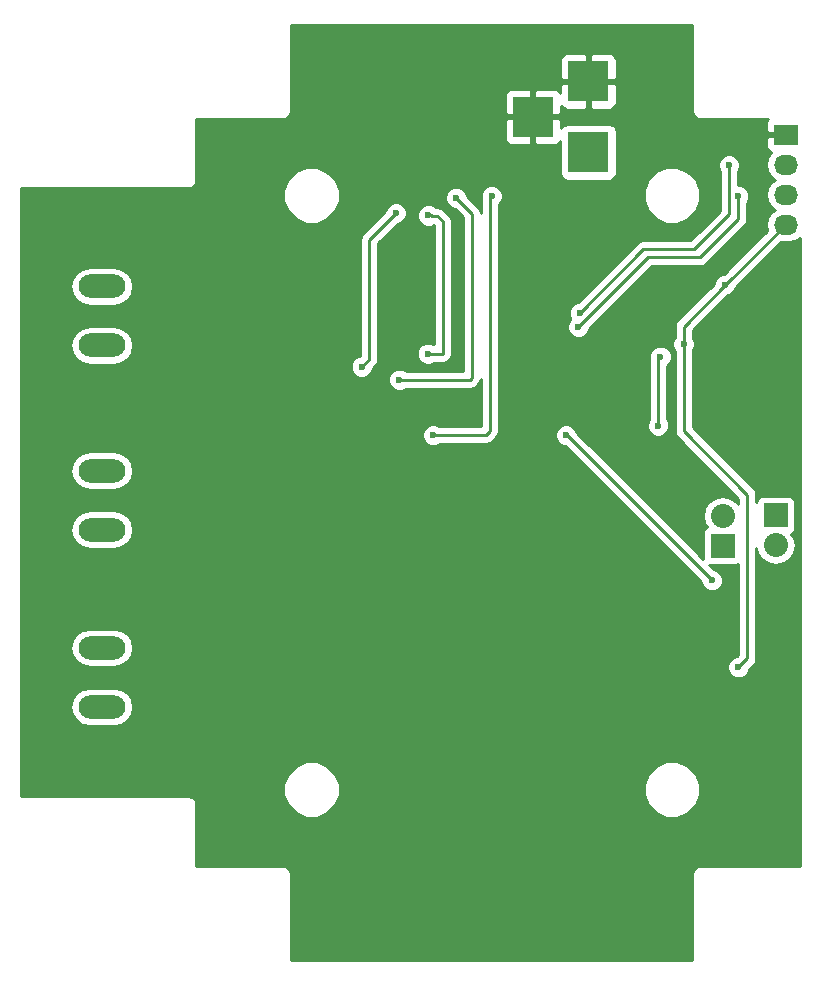
<source format=gbl>
G04 #@! TF.FileFunction,Copper,L2,Bot,Signal*
%FSLAX46Y46*%
G04 Gerber Fmt 4.6, Leading zero omitted, Abs format (unit mm)*
G04 Created by KiCad (PCBNEW (2015-05-05 BZR 5645)-product) date Thursday, September 03, 2015 'pmt' 04:49:33 pm*
%MOMM*%
G01*
G04 APERTURE LIST*
%ADD10C,0.100000*%
%ADD11R,3.500120X3.500120*%
%ADD12R,2.032000X1.727200*%
%ADD13O,2.032000X1.727200*%
%ADD14R,2.032000X2.032000*%
%ADD15O,2.032000X2.032000*%
%ADD16O,3.962400X1.981200*%
%ADD17C,0.600000*%
%ADD18C,0.250000*%
%ADD19C,3.000000*%
%ADD20C,0.254000*%
G04 APERTURE END LIST*
D10*
D11*
X144200000Y-73800140D03*
X144200000Y-67800660D03*
X139501000Y-70800400D03*
D12*
X160900000Y-72300000D03*
D13*
X160900000Y-74840000D03*
X160900000Y-77380000D03*
X160900000Y-79920000D03*
D14*
X160050000Y-104550000D03*
D15*
X160050000Y-107090000D03*
D14*
X155550000Y-107100000D03*
D15*
X155550000Y-104560000D03*
D16*
X103000000Y-120750000D03*
X103000000Y-115750000D03*
X103000000Y-105750000D03*
X103000000Y-100750000D03*
X103000000Y-90150000D03*
X103000000Y-85150000D03*
D17*
X150100000Y-96950000D03*
X150300000Y-91100000D03*
X159150000Y-83050000D03*
X123900000Y-132900000D03*
X160300000Y-120300000D03*
X160300000Y-124100000D03*
X148100000Y-132300000D03*
X130700000Y-86800000D03*
X114350000Y-122750000D03*
X114350000Y-119300000D03*
X134300000Y-135000000D03*
X108350000Y-83000000D03*
X107800000Y-95100000D03*
X108150000Y-107550000D03*
X123850000Y-82950000D03*
X126400000Y-77350000D03*
X137650000Y-78350000D03*
X144800000Y-79850000D03*
X143450000Y-90000000D03*
X146250000Y-93100000D03*
X148900000Y-93550000D03*
X153600000Y-100400000D03*
X153550000Y-102400000D03*
X153550000Y-103450000D03*
X153500000Y-115450000D03*
X153500000Y-116400000D03*
X152600000Y-120900000D03*
X146150000Y-126850000D03*
X144150000Y-126850000D03*
X127200000Y-126900000D03*
X121650000Y-121100000D03*
X119650000Y-116450000D03*
X159050000Y-112450000D03*
X124900000Y-94900000D03*
X157850000Y-99200000D03*
X158000000Y-95250000D03*
X158100000Y-91450000D03*
X133150000Y-96850000D03*
X137150000Y-96950000D03*
X141250000Y-96900000D03*
X152250000Y-69650000D03*
X156100000Y-74900000D03*
X143450000Y-87400000D03*
X156900000Y-77500000D03*
X143350000Y-88600000D03*
X130600000Y-90850000D03*
X130650000Y-79150000D03*
X136000000Y-77500000D03*
X131050000Y-97750000D03*
X127900000Y-78950000D03*
X125000000Y-91950000D03*
X133000000Y-77650000D03*
X128200000Y-93050000D03*
X155750000Y-85000000D03*
X156900000Y-117400000D03*
X152250000Y-90050000D03*
X154650000Y-110050000D03*
X142300000Y-97750000D03*
D18*
X150100000Y-91300000D02*
X150100000Y-96950000D01*
X150300000Y-91100000D02*
X150100000Y-91300000D01*
D19*
X108350000Y-83000000D02*
X108300000Y-82950000D01*
X108300000Y-82950000D02*
X108250000Y-82950000D01*
D18*
X156100000Y-79050000D02*
X156100000Y-74900000D01*
X153150000Y-82000000D02*
X156100000Y-79050000D01*
X148850000Y-82000000D02*
X153150000Y-82000000D01*
X143450000Y-87400000D02*
X148850000Y-82000000D01*
X156900000Y-79450000D02*
X156900000Y-77500000D01*
X153650000Y-82700000D02*
X156900000Y-79450000D01*
X149250000Y-82700000D02*
X153650000Y-82700000D01*
X143350000Y-88600000D02*
X149250000Y-82700000D01*
X130600000Y-90850000D02*
X131850000Y-90850000D01*
X131850000Y-90850000D02*
X131850000Y-79650000D01*
X131850000Y-79650000D02*
X131400000Y-79200000D01*
X131400000Y-79200000D02*
X130950000Y-79200000D01*
X130950000Y-79200000D02*
X130900000Y-79150000D01*
X130900000Y-79150000D02*
X130650000Y-79150000D01*
X136000000Y-77500000D02*
X135850000Y-77650000D01*
X135850000Y-77650000D02*
X135850000Y-97400000D01*
X135850000Y-97400000D02*
X135500000Y-97750000D01*
X135500000Y-97750000D02*
X131050000Y-97750000D01*
X125650000Y-81200000D02*
X127900000Y-78950000D01*
X125650000Y-91300000D02*
X125650000Y-81200000D01*
X125000000Y-91950000D02*
X125650000Y-91300000D01*
X133000000Y-77650000D02*
X134350000Y-79000000D01*
X134350000Y-79000000D02*
X134350000Y-92900000D01*
X134350000Y-92900000D02*
X134200000Y-93050000D01*
X134200000Y-93050000D02*
X128200000Y-93050000D01*
X155750000Y-85000000D02*
X155785000Y-85035000D01*
X152250000Y-90050000D02*
X152250000Y-97400000D01*
X157650000Y-116650000D02*
X156900000Y-117400000D01*
X157650000Y-102800000D02*
X157650000Y-116650000D01*
X152250000Y-97400000D02*
X157650000Y-102800000D01*
X152250000Y-90050000D02*
X152250000Y-88570000D01*
X152250000Y-88570000D02*
X155785000Y-85035000D01*
X155785000Y-85035000D02*
X160900000Y-79920000D01*
X152250000Y-90050000D02*
X152250000Y-90000000D01*
X154650000Y-110050000D02*
X142350000Y-97750000D01*
X142350000Y-97750000D02*
X142300000Y-97750000D01*
D20*
G36*
X162090000Y-134190000D02*
X153700000Y-134190000D01*
X153635413Y-134202847D01*
X153635413Y-127277675D01*
X153273084Y-126400771D01*
X152602758Y-125729274D01*
X151726487Y-125365415D01*
X150777675Y-125364587D01*
X149900771Y-125726916D01*
X149229274Y-126397242D01*
X148865415Y-127273513D01*
X148864587Y-128222325D01*
X149226916Y-129099229D01*
X149897242Y-129770726D01*
X150773513Y-130134585D01*
X151722325Y-130135413D01*
X152599229Y-129773084D01*
X153270726Y-129102758D01*
X153634585Y-128226487D01*
X153635413Y-127277675D01*
X153635413Y-134202847D01*
X153428295Y-134244046D01*
X153197954Y-134397954D01*
X153044046Y-134628295D01*
X152990000Y-134900000D01*
X152990000Y-142190000D01*
X139374000Y-142190000D01*
X139374000Y-73026710D01*
X139374000Y-70927400D01*
X139374000Y-70673400D01*
X139374000Y-68574090D01*
X139215250Y-68415340D01*
X137877249Y-68415340D01*
X137624630Y-68415340D01*
X137391241Y-68512013D01*
X137212613Y-68690642D01*
X137115940Y-68924031D01*
X137115940Y-70514650D01*
X137274690Y-70673400D01*
X139374000Y-70673400D01*
X139374000Y-70927400D01*
X137274690Y-70927400D01*
X137115940Y-71086150D01*
X137115940Y-72676769D01*
X137212613Y-72910158D01*
X137391241Y-73088787D01*
X137624630Y-73185460D01*
X137877249Y-73185460D01*
X139215250Y-73185460D01*
X139374000Y-73026710D01*
X139374000Y-142190000D01*
X136935162Y-142190000D01*
X136935162Y-77314833D01*
X136793117Y-76971057D01*
X136530327Y-76707808D01*
X136186799Y-76565162D01*
X135814833Y-76564838D01*
X135471057Y-76706883D01*
X135207808Y-76969673D01*
X135065162Y-77313201D01*
X135064838Y-77685167D01*
X135090000Y-77746063D01*
X135090000Y-78899453D01*
X135052148Y-78709161D01*
X135052148Y-78709160D01*
X134887401Y-78462599D01*
X133935122Y-77510320D01*
X133935162Y-77464833D01*
X133793117Y-77121057D01*
X133530327Y-76857808D01*
X133186799Y-76715162D01*
X132814833Y-76714838D01*
X132471057Y-76856883D01*
X132207808Y-77119673D01*
X132065162Y-77463201D01*
X132064838Y-77835167D01*
X132206883Y-78178943D01*
X132469673Y-78442192D01*
X132813201Y-78584838D01*
X132860076Y-78584878D01*
X133590000Y-79314802D01*
X133590000Y-92290000D01*
X132610000Y-92290000D01*
X132610000Y-90850000D01*
X132610000Y-79650000D01*
X132552148Y-79359161D01*
X132387401Y-79112599D01*
X131937401Y-78662599D01*
X131690839Y-78497852D01*
X131400000Y-78440000D01*
X131262375Y-78440000D01*
X131180327Y-78357808D01*
X130836799Y-78215162D01*
X130464833Y-78214838D01*
X130121057Y-78356883D01*
X129857808Y-78619673D01*
X129715162Y-78963201D01*
X129714838Y-79335167D01*
X129856883Y-79678943D01*
X130119673Y-79942192D01*
X130463201Y-80084838D01*
X130835167Y-80085162D01*
X131090000Y-79979867D01*
X131090000Y-90041062D01*
X130786799Y-89915162D01*
X130414833Y-89914838D01*
X130071057Y-90056883D01*
X129807808Y-90319673D01*
X129665162Y-90663201D01*
X129664838Y-91035167D01*
X129806883Y-91378943D01*
X130069673Y-91642192D01*
X130413201Y-91784838D01*
X130785167Y-91785162D01*
X131128943Y-91643117D01*
X131162117Y-91610000D01*
X131850000Y-91610000D01*
X132140839Y-91552148D01*
X132387401Y-91387401D01*
X132552148Y-91140839D01*
X132610000Y-90850000D01*
X132610000Y-92290000D01*
X128835162Y-92290000D01*
X128835162Y-78764833D01*
X128693117Y-78421057D01*
X128430327Y-78157808D01*
X128086799Y-78015162D01*
X127714833Y-78014838D01*
X127371057Y-78156883D01*
X127107808Y-78419673D01*
X126965162Y-78763201D01*
X126965121Y-78810076D01*
X125112599Y-80662599D01*
X124947852Y-80909161D01*
X124890000Y-81200000D01*
X124890000Y-90985198D01*
X124860320Y-91014877D01*
X124814833Y-91014838D01*
X124471057Y-91156883D01*
X124207808Y-91419673D01*
X124065162Y-91763201D01*
X124064838Y-92135167D01*
X124206883Y-92478943D01*
X124469673Y-92742192D01*
X124813201Y-92884838D01*
X125185167Y-92885162D01*
X125528943Y-92743117D01*
X125792192Y-92480327D01*
X125934838Y-92136799D01*
X125934878Y-92089923D01*
X126187401Y-91837401D01*
X126352148Y-91590839D01*
X126410000Y-91300000D01*
X126410000Y-81514802D01*
X128039679Y-79885122D01*
X128085167Y-79885162D01*
X128428943Y-79743117D01*
X128692192Y-79480327D01*
X128834838Y-79136799D01*
X128835162Y-78764833D01*
X128835162Y-92290000D01*
X128762462Y-92290000D01*
X128730327Y-92257808D01*
X128386799Y-92115162D01*
X128014833Y-92114838D01*
X127671057Y-92256883D01*
X127407808Y-92519673D01*
X127265162Y-92863201D01*
X127264838Y-93235167D01*
X127406883Y-93578943D01*
X127669673Y-93842192D01*
X128013201Y-93984838D01*
X128385167Y-93985162D01*
X128728943Y-93843117D01*
X128762117Y-93810000D01*
X134200000Y-93810000D01*
X134490839Y-93752148D01*
X134737401Y-93587401D01*
X134887401Y-93437401D01*
X135052148Y-93190839D01*
X135090000Y-93000545D01*
X135090000Y-96990000D01*
X131612462Y-96990000D01*
X131580327Y-96957808D01*
X131236799Y-96815162D01*
X130864833Y-96814838D01*
X130521057Y-96956883D01*
X130257808Y-97219673D01*
X130115162Y-97563201D01*
X130114838Y-97935167D01*
X130256883Y-98278943D01*
X130519673Y-98542192D01*
X130863201Y-98684838D01*
X131235167Y-98685162D01*
X131578943Y-98543117D01*
X131612117Y-98510000D01*
X135500000Y-98510000D01*
X135790839Y-98452148D01*
X136037401Y-98287401D01*
X136387401Y-97937401D01*
X136552148Y-97690839D01*
X136610000Y-97400000D01*
X136610000Y-78212201D01*
X136792192Y-78030327D01*
X136934838Y-77686799D01*
X136935162Y-77314833D01*
X136935162Y-142190000D01*
X123135413Y-142190000D01*
X123135413Y-127277675D01*
X123135413Y-76977675D01*
X122773084Y-76100771D01*
X122102758Y-75429274D01*
X121226487Y-75065415D01*
X120277675Y-75064587D01*
X119400771Y-75426916D01*
X118729274Y-76097242D01*
X118365415Y-76973513D01*
X118364587Y-77922325D01*
X118726916Y-78799229D01*
X119397242Y-79470726D01*
X120273513Y-79834585D01*
X121222325Y-79835413D01*
X122099229Y-79473084D01*
X122770726Y-78802758D01*
X123134585Y-77926487D01*
X123135413Y-76977675D01*
X123135413Y-127277675D01*
X122773084Y-126400771D01*
X122102758Y-125729274D01*
X121226487Y-125365415D01*
X120277675Y-125364587D01*
X119400771Y-125726916D01*
X118729274Y-126397242D01*
X118365415Y-127273513D01*
X118364587Y-128222325D01*
X118726916Y-129099229D01*
X119397242Y-129770726D01*
X120273513Y-130134585D01*
X121222325Y-130135413D01*
X122099229Y-129773084D01*
X122770726Y-129102758D01*
X123134585Y-128226487D01*
X123135413Y-127277675D01*
X123135413Y-142190000D01*
X119010000Y-142190000D01*
X119010000Y-134900000D01*
X118955954Y-134628295D01*
X118802046Y-134397954D01*
X118571705Y-134244046D01*
X118300000Y-134190000D01*
X111010000Y-134190000D01*
X111010000Y-129000000D01*
X110955954Y-128728295D01*
X110802046Y-128497954D01*
X110571705Y-128344046D01*
X110300000Y-128290000D01*
X105667454Y-128290000D01*
X105667454Y-120750000D01*
X105667454Y-115750000D01*
X105667454Y-105750000D01*
X105667454Y-100750000D01*
X105667454Y-90150000D01*
X105667454Y-85150000D01*
X105543713Y-84527910D01*
X105191327Y-84000527D01*
X104663944Y-83648141D01*
X104041854Y-83524400D01*
X101958146Y-83524400D01*
X101336056Y-83648141D01*
X100808673Y-84000527D01*
X100456287Y-84527910D01*
X100332546Y-85150000D01*
X100456287Y-85772090D01*
X100808673Y-86299473D01*
X101336056Y-86651859D01*
X101958146Y-86775600D01*
X104041854Y-86775600D01*
X104663944Y-86651859D01*
X105191327Y-86299473D01*
X105543713Y-85772090D01*
X105667454Y-85150000D01*
X105667454Y-90150000D01*
X105543713Y-89527910D01*
X105191327Y-89000527D01*
X104663944Y-88648141D01*
X104041854Y-88524400D01*
X101958146Y-88524400D01*
X101336056Y-88648141D01*
X100808673Y-89000527D01*
X100456287Y-89527910D01*
X100332546Y-90150000D01*
X100456287Y-90772090D01*
X100808673Y-91299473D01*
X101336056Y-91651859D01*
X101958146Y-91775600D01*
X104041854Y-91775600D01*
X104663944Y-91651859D01*
X105191327Y-91299473D01*
X105543713Y-90772090D01*
X105667454Y-90150000D01*
X105667454Y-100750000D01*
X105543713Y-100127910D01*
X105191327Y-99600527D01*
X104663944Y-99248141D01*
X104041854Y-99124400D01*
X101958146Y-99124400D01*
X101336056Y-99248141D01*
X100808673Y-99600527D01*
X100456287Y-100127910D01*
X100332546Y-100750000D01*
X100456287Y-101372090D01*
X100808673Y-101899473D01*
X101336056Y-102251859D01*
X101958146Y-102375600D01*
X104041854Y-102375600D01*
X104663944Y-102251859D01*
X105191327Y-101899473D01*
X105543713Y-101372090D01*
X105667454Y-100750000D01*
X105667454Y-105750000D01*
X105543713Y-105127910D01*
X105191327Y-104600527D01*
X104663944Y-104248141D01*
X104041854Y-104124400D01*
X101958146Y-104124400D01*
X101336056Y-104248141D01*
X100808673Y-104600527D01*
X100456287Y-105127910D01*
X100332546Y-105750000D01*
X100456287Y-106372090D01*
X100808673Y-106899473D01*
X101336056Y-107251859D01*
X101958146Y-107375600D01*
X104041854Y-107375600D01*
X104663944Y-107251859D01*
X105191327Y-106899473D01*
X105543713Y-106372090D01*
X105667454Y-105750000D01*
X105667454Y-115750000D01*
X105543713Y-115127910D01*
X105191327Y-114600527D01*
X104663944Y-114248141D01*
X104041854Y-114124400D01*
X101958146Y-114124400D01*
X101336056Y-114248141D01*
X100808673Y-114600527D01*
X100456287Y-115127910D01*
X100332546Y-115750000D01*
X100456287Y-116372090D01*
X100808673Y-116899473D01*
X101336056Y-117251859D01*
X101958146Y-117375600D01*
X104041854Y-117375600D01*
X104663944Y-117251859D01*
X105191327Y-116899473D01*
X105543713Y-116372090D01*
X105667454Y-115750000D01*
X105667454Y-120750000D01*
X105543713Y-120127910D01*
X105191327Y-119600527D01*
X104663944Y-119248141D01*
X104041854Y-119124400D01*
X101958146Y-119124400D01*
X101336056Y-119248141D01*
X100808673Y-119600527D01*
X100456287Y-120127910D01*
X100332546Y-120750000D01*
X100456287Y-121372090D01*
X100808673Y-121899473D01*
X101336056Y-122251859D01*
X101958146Y-122375600D01*
X104041854Y-122375600D01*
X104663944Y-122251859D01*
X105191327Y-121899473D01*
X105543713Y-121372090D01*
X105667454Y-120750000D01*
X105667454Y-128290000D01*
X96160000Y-128290000D01*
X96160000Y-76860000D01*
X110300000Y-76860000D01*
X110571705Y-76805954D01*
X110802046Y-76652046D01*
X110955954Y-76421705D01*
X111010000Y-76150000D01*
X111010000Y-71010000D01*
X118300000Y-71010000D01*
X118571705Y-70955954D01*
X118802046Y-70802046D01*
X118955954Y-70571705D01*
X119010000Y-70300000D01*
X119010000Y-63010000D01*
X152990000Y-63010000D01*
X152990000Y-70300000D01*
X153044046Y-70571705D01*
X153197954Y-70802046D01*
X153428295Y-70955954D01*
X153700000Y-71010000D01*
X159412374Y-71010000D01*
X159345673Y-71076701D01*
X159249000Y-71310090D01*
X159249000Y-71562709D01*
X159249000Y-72014250D01*
X159407750Y-72173000D01*
X160773000Y-72173000D01*
X160773000Y-72153000D01*
X161027000Y-72153000D01*
X161027000Y-72173000D01*
X161047000Y-72173000D01*
X161047000Y-72427000D01*
X161027000Y-72427000D01*
X161027000Y-72447000D01*
X160773000Y-72447000D01*
X160773000Y-72427000D01*
X159407750Y-72427000D01*
X159249000Y-72585750D01*
X159249000Y-73037291D01*
X159249000Y-73289910D01*
X159345673Y-73523299D01*
X159524302Y-73701927D01*
X159677780Y-73765499D01*
X159655585Y-73780330D01*
X159330729Y-74266511D01*
X159216655Y-74840000D01*
X159330729Y-75413489D01*
X159655585Y-75899670D01*
X159970365Y-76110000D01*
X159655585Y-76320330D01*
X159330729Y-76806511D01*
X159216655Y-77380000D01*
X159330729Y-77953489D01*
X159655585Y-78439670D01*
X159970365Y-78650000D01*
X159655585Y-78860330D01*
X159330729Y-79346511D01*
X159216655Y-79920000D01*
X159317618Y-80427579D01*
X157835162Y-81910035D01*
X157835162Y-77314833D01*
X157693117Y-76971057D01*
X157430327Y-76707808D01*
X157086799Y-76565162D01*
X156860000Y-76564964D01*
X156860000Y-75462462D01*
X156892192Y-75430327D01*
X157034838Y-75086799D01*
X157035162Y-74714833D01*
X156893117Y-74371057D01*
X156630327Y-74107808D01*
X156286799Y-73965162D01*
X155914833Y-73964838D01*
X155571057Y-74106883D01*
X155307808Y-74369673D01*
X155165162Y-74713201D01*
X155164838Y-75085167D01*
X155306883Y-75428943D01*
X155340000Y-75462117D01*
X155340000Y-78735198D01*
X153635413Y-80439785D01*
X153635413Y-76977675D01*
X153273084Y-76100771D01*
X152602758Y-75429274D01*
X151726487Y-75065415D01*
X150777675Y-75064587D01*
X149900771Y-75426916D01*
X149229274Y-76097242D01*
X148865415Y-76973513D01*
X148864587Y-77922325D01*
X149226916Y-78799229D01*
X149897242Y-79470726D01*
X150773513Y-79834585D01*
X151722325Y-79835413D01*
X152599229Y-79473084D01*
X153270726Y-78802758D01*
X153634585Y-77926487D01*
X153635413Y-76977675D01*
X153635413Y-80439785D01*
X152835198Y-81240000D01*
X148850000Y-81240000D01*
X148559160Y-81297852D01*
X148312599Y-81462599D01*
X146597500Y-83177697D01*
X146597500Y-75550200D01*
X146597500Y-72050080D01*
X146585060Y-71985963D01*
X146585060Y-69677029D01*
X146585060Y-68086410D01*
X146585060Y-67514910D01*
X146585060Y-65924291D01*
X146488387Y-65690902D01*
X146309759Y-65512273D01*
X146076370Y-65415600D01*
X145823751Y-65415600D01*
X144485750Y-65415600D01*
X144327000Y-65574350D01*
X144327000Y-67673660D01*
X146426310Y-67673660D01*
X146585060Y-67514910D01*
X146585060Y-68086410D01*
X146426310Y-67927660D01*
X144327000Y-67927660D01*
X144327000Y-70026970D01*
X144485750Y-70185720D01*
X145823751Y-70185720D01*
X146076370Y-70185720D01*
X146309759Y-70089047D01*
X146488387Y-69910418D01*
X146585060Y-69677029D01*
X146585060Y-71985963D01*
X146550523Y-71807957D01*
X146410733Y-71595153D01*
X146199700Y-71452703D01*
X145950060Y-71402640D01*
X144073000Y-71402640D01*
X144073000Y-70026970D01*
X144073000Y-67927660D01*
X144073000Y-67673660D01*
X144073000Y-65574350D01*
X143914250Y-65415600D01*
X142576249Y-65415600D01*
X142323630Y-65415600D01*
X142090241Y-65512273D01*
X141911613Y-65690902D01*
X141814940Y-65924291D01*
X141814940Y-67514910D01*
X141973690Y-67673660D01*
X144073000Y-67673660D01*
X144073000Y-67927660D01*
X141973690Y-67927660D01*
X141814940Y-68086410D01*
X141814940Y-68752332D01*
X141789387Y-68690642D01*
X141610759Y-68512013D01*
X141377370Y-68415340D01*
X141124751Y-68415340D01*
X139786750Y-68415340D01*
X139628000Y-68574090D01*
X139628000Y-70673400D01*
X141727310Y-70673400D01*
X141886060Y-70514650D01*
X141886060Y-69848727D01*
X141911613Y-69910418D01*
X142090241Y-70089047D01*
X142323630Y-70185720D01*
X142576249Y-70185720D01*
X143914250Y-70185720D01*
X144073000Y-70026970D01*
X144073000Y-71402640D01*
X142449940Y-71402640D01*
X142207817Y-71449617D01*
X141995013Y-71589407D01*
X141886060Y-71750815D01*
X141886060Y-71086150D01*
X141727310Y-70927400D01*
X139628000Y-70927400D01*
X139628000Y-73026710D01*
X139786750Y-73185460D01*
X141124751Y-73185460D01*
X141377370Y-73185460D01*
X141610759Y-73088787D01*
X141789387Y-72910158D01*
X141802500Y-72878500D01*
X141802500Y-75550200D01*
X141849477Y-75792323D01*
X141989267Y-76005127D01*
X142200300Y-76147577D01*
X142449940Y-76197640D01*
X145950060Y-76197640D01*
X146192183Y-76150663D01*
X146404987Y-76010873D01*
X146547437Y-75799840D01*
X146597500Y-75550200D01*
X146597500Y-83177697D01*
X143310320Y-86464877D01*
X143264833Y-86464838D01*
X142921057Y-86606883D01*
X142657808Y-86869673D01*
X142515162Y-87213201D01*
X142514838Y-87585167D01*
X142656883Y-87928943D01*
X142677796Y-87949893D01*
X142557808Y-88069673D01*
X142415162Y-88413201D01*
X142414838Y-88785167D01*
X142556883Y-89128943D01*
X142819673Y-89392192D01*
X143163201Y-89534838D01*
X143535167Y-89535162D01*
X143878943Y-89393117D01*
X144142192Y-89130327D01*
X144284838Y-88786799D01*
X144284878Y-88739923D01*
X149564802Y-83460000D01*
X153650000Y-83460000D01*
X153940839Y-83402148D01*
X154187401Y-83237401D01*
X157437401Y-79987401D01*
X157602148Y-79740839D01*
X157660000Y-79450000D01*
X157660000Y-78062462D01*
X157692192Y-78030327D01*
X157834838Y-77686799D01*
X157835162Y-77314833D01*
X157835162Y-81910035D01*
X155680259Y-84064938D01*
X155564833Y-84064838D01*
X155221057Y-84206883D01*
X154957808Y-84469673D01*
X154815162Y-84813201D01*
X154815060Y-84930137D01*
X151712599Y-88032599D01*
X151547852Y-88279161D01*
X151490000Y-88570000D01*
X151490000Y-89487537D01*
X151457808Y-89519673D01*
X151315162Y-89863201D01*
X151314838Y-90235167D01*
X151456883Y-90578943D01*
X151490000Y-90612117D01*
X151490000Y-97400000D01*
X151547852Y-97690839D01*
X151712599Y-97937401D01*
X156890000Y-103114802D01*
X156890000Y-103602423D01*
X156749778Y-103392567D01*
X156214155Y-103034675D01*
X155582345Y-102909000D01*
X155517655Y-102909000D01*
X154885845Y-103034675D01*
X154350222Y-103392567D01*
X153992330Y-103928190D01*
X153866655Y-104560000D01*
X153992330Y-105191810D01*
X154219169Y-105531298D01*
X154079073Y-105623327D01*
X153936623Y-105834360D01*
X153886560Y-106084000D01*
X153886560Y-108116000D01*
X153909611Y-108234809D01*
X151235162Y-105560360D01*
X151235162Y-90914833D01*
X151093117Y-90571057D01*
X150830327Y-90307808D01*
X150486799Y-90165162D01*
X150114833Y-90164838D01*
X149771057Y-90306883D01*
X149507808Y-90569673D01*
X149365162Y-90913201D01*
X149364934Y-91174648D01*
X149340000Y-91300000D01*
X149340000Y-96387537D01*
X149307808Y-96419673D01*
X149165162Y-96763201D01*
X149164838Y-97135167D01*
X149306883Y-97478943D01*
X149569673Y-97742192D01*
X149913201Y-97884838D01*
X150285167Y-97885162D01*
X150628943Y-97743117D01*
X150892192Y-97480327D01*
X151034838Y-97136799D01*
X151035162Y-96764833D01*
X150893117Y-96421057D01*
X150860000Y-96387882D01*
X150860000Y-91862114D01*
X151092192Y-91630327D01*
X151234838Y-91286799D01*
X151235162Y-90914833D01*
X151235162Y-105560360D01*
X143232012Y-97557210D01*
X143093117Y-97221057D01*
X142830327Y-96957808D01*
X142486799Y-96815162D01*
X142114833Y-96814838D01*
X141771057Y-96956883D01*
X141507808Y-97219673D01*
X141365162Y-97563201D01*
X141364838Y-97935167D01*
X141506883Y-98278943D01*
X141769673Y-98542192D01*
X142113201Y-98684838D01*
X142210120Y-98684922D01*
X153714877Y-110189679D01*
X153714838Y-110235167D01*
X153856883Y-110578943D01*
X154119673Y-110842192D01*
X154463201Y-110984838D01*
X154835167Y-110985162D01*
X155178943Y-110843117D01*
X155442192Y-110580327D01*
X155584838Y-110236799D01*
X155585162Y-109864833D01*
X155443117Y-109521057D01*
X155180327Y-109257808D01*
X154836799Y-109115162D01*
X154789923Y-109115121D01*
X154414221Y-108739419D01*
X154534000Y-108763440D01*
X156566000Y-108763440D01*
X156808123Y-108716463D01*
X156890000Y-108662678D01*
X156890000Y-116335198D01*
X156760320Y-116464877D01*
X156714833Y-116464838D01*
X156371057Y-116606883D01*
X156107808Y-116869673D01*
X155965162Y-117213201D01*
X155964838Y-117585167D01*
X156106883Y-117928943D01*
X156369673Y-118192192D01*
X156713201Y-118334838D01*
X157085167Y-118335162D01*
X157428943Y-118193117D01*
X157692192Y-117930327D01*
X157834838Y-117586799D01*
X157834878Y-117539923D01*
X158187401Y-117187401D01*
X158352148Y-116940840D01*
X158352148Y-116940839D01*
X158410000Y-116650000D01*
X158410000Y-107307909D01*
X158492330Y-107721810D01*
X158850222Y-108257433D01*
X159385845Y-108615325D01*
X160017655Y-108741000D01*
X160082345Y-108741000D01*
X160714155Y-108615325D01*
X161249778Y-108257433D01*
X161607670Y-107721810D01*
X161733345Y-107090000D01*
X161607670Y-106458190D01*
X161380830Y-106118701D01*
X161520927Y-106026673D01*
X161663377Y-105815640D01*
X161713440Y-105566000D01*
X161713440Y-103534000D01*
X161666463Y-103291877D01*
X161526673Y-103079073D01*
X161315640Y-102936623D01*
X161066000Y-102886560D01*
X159034000Y-102886560D01*
X158791877Y-102933537D01*
X158579073Y-103073327D01*
X158436623Y-103284360D01*
X158410000Y-103417116D01*
X158410000Y-102800000D01*
X158352148Y-102509161D01*
X158352148Y-102509160D01*
X158187401Y-102262599D01*
X153010000Y-97085198D01*
X153010000Y-90612462D01*
X153042192Y-90580327D01*
X153184838Y-90236799D01*
X153185162Y-89864833D01*
X153043117Y-89521057D01*
X153010000Y-89487882D01*
X153010000Y-88884802D01*
X155976872Y-85917929D01*
X156278943Y-85793117D01*
X156542192Y-85530327D01*
X156668388Y-85226413D01*
X160515863Y-81378938D01*
X160715255Y-81418600D01*
X161084745Y-81418600D01*
X161658234Y-81304526D01*
X162090000Y-81016028D01*
X162090000Y-134190000D01*
X162090000Y-134190000D01*
G37*
X162090000Y-134190000D02*
X153700000Y-134190000D01*
X153635413Y-134202847D01*
X153635413Y-127277675D01*
X153273084Y-126400771D01*
X152602758Y-125729274D01*
X151726487Y-125365415D01*
X150777675Y-125364587D01*
X149900771Y-125726916D01*
X149229274Y-126397242D01*
X148865415Y-127273513D01*
X148864587Y-128222325D01*
X149226916Y-129099229D01*
X149897242Y-129770726D01*
X150773513Y-130134585D01*
X151722325Y-130135413D01*
X152599229Y-129773084D01*
X153270726Y-129102758D01*
X153634585Y-128226487D01*
X153635413Y-127277675D01*
X153635413Y-134202847D01*
X153428295Y-134244046D01*
X153197954Y-134397954D01*
X153044046Y-134628295D01*
X152990000Y-134900000D01*
X152990000Y-142190000D01*
X139374000Y-142190000D01*
X139374000Y-73026710D01*
X139374000Y-70927400D01*
X139374000Y-70673400D01*
X139374000Y-68574090D01*
X139215250Y-68415340D01*
X137877249Y-68415340D01*
X137624630Y-68415340D01*
X137391241Y-68512013D01*
X137212613Y-68690642D01*
X137115940Y-68924031D01*
X137115940Y-70514650D01*
X137274690Y-70673400D01*
X139374000Y-70673400D01*
X139374000Y-70927400D01*
X137274690Y-70927400D01*
X137115940Y-71086150D01*
X137115940Y-72676769D01*
X137212613Y-72910158D01*
X137391241Y-73088787D01*
X137624630Y-73185460D01*
X137877249Y-73185460D01*
X139215250Y-73185460D01*
X139374000Y-73026710D01*
X139374000Y-142190000D01*
X136935162Y-142190000D01*
X136935162Y-77314833D01*
X136793117Y-76971057D01*
X136530327Y-76707808D01*
X136186799Y-76565162D01*
X135814833Y-76564838D01*
X135471057Y-76706883D01*
X135207808Y-76969673D01*
X135065162Y-77313201D01*
X135064838Y-77685167D01*
X135090000Y-77746063D01*
X135090000Y-78899453D01*
X135052148Y-78709161D01*
X135052148Y-78709160D01*
X134887401Y-78462599D01*
X133935122Y-77510320D01*
X133935162Y-77464833D01*
X133793117Y-77121057D01*
X133530327Y-76857808D01*
X133186799Y-76715162D01*
X132814833Y-76714838D01*
X132471057Y-76856883D01*
X132207808Y-77119673D01*
X132065162Y-77463201D01*
X132064838Y-77835167D01*
X132206883Y-78178943D01*
X132469673Y-78442192D01*
X132813201Y-78584838D01*
X132860076Y-78584878D01*
X133590000Y-79314802D01*
X133590000Y-92290000D01*
X132610000Y-92290000D01*
X132610000Y-90850000D01*
X132610000Y-79650000D01*
X132552148Y-79359161D01*
X132387401Y-79112599D01*
X131937401Y-78662599D01*
X131690839Y-78497852D01*
X131400000Y-78440000D01*
X131262375Y-78440000D01*
X131180327Y-78357808D01*
X130836799Y-78215162D01*
X130464833Y-78214838D01*
X130121057Y-78356883D01*
X129857808Y-78619673D01*
X129715162Y-78963201D01*
X129714838Y-79335167D01*
X129856883Y-79678943D01*
X130119673Y-79942192D01*
X130463201Y-80084838D01*
X130835167Y-80085162D01*
X131090000Y-79979867D01*
X131090000Y-90041062D01*
X130786799Y-89915162D01*
X130414833Y-89914838D01*
X130071057Y-90056883D01*
X129807808Y-90319673D01*
X129665162Y-90663201D01*
X129664838Y-91035167D01*
X129806883Y-91378943D01*
X130069673Y-91642192D01*
X130413201Y-91784838D01*
X130785167Y-91785162D01*
X131128943Y-91643117D01*
X131162117Y-91610000D01*
X131850000Y-91610000D01*
X132140839Y-91552148D01*
X132387401Y-91387401D01*
X132552148Y-91140839D01*
X132610000Y-90850000D01*
X132610000Y-92290000D01*
X128835162Y-92290000D01*
X128835162Y-78764833D01*
X128693117Y-78421057D01*
X128430327Y-78157808D01*
X128086799Y-78015162D01*
X127714833Y-78014838D01*
X127371057Y-78156883D01*
X127107808Y-78419673D01*
X126965162Y-78763201D01*
X126965121Y-78810076D01*
X125112599Y-80662599D01*
X124947852Y-80909161D01*
X124890000Y-81200000D01*
X124890000Y-90985198D01*
X124860320Y-91014877D01*
X124814833Y-91014838D01*
X124471057Y-91156883D01*
X124207808Y-91419673D01*
X124065162Y-91763201D01*
X124064838Y-92135167D01*
X124206883Y-92478943D01*
X124469673Y-92742192D01*
X124813201Y-92884838D01*
X125185167Y-92885162D01*
X125528943Y-92743117D01*
X125792192Y-92480327D01*
X125934838Y-92136799D01*
X125934878Y-92089923D01*
X126187401Y-91837401D01*
X126352148Y-91590839D01*
X126410000Y-91300000D01*
X126410000Y-81514802D01*
X128039679Y-79885122D01*
X128085167Y-79885162D01*
X128428943Y-79743117D01*
X128692192Y-79480327D01*
X128834838Y-79136799D01*
X128835162Y-78764833D01*
X128835162Y-92290000D01*
X128762462Y-92290000D01*
X128730327Y-92257808D01*
X128386799Y-92115162D01*
X128014833Y-92114838D01*
X127671057Y-92256883D01*
X127407808Y-92519673D01*
X127265162Y-92863201D01*
X127264838Y-93235167D01*
X127406883Y-93578943D01*
X127669673Y-93842192D01*
X128013201Y-93984838D01*
X128385167Y-93985162D01*
X128728943Y-93843117D01*
X128762117Y-93810000D01*
X134200000Y-93810000D01*
X134490839Y-93752148D01*
X134737401Y-93587401D01*
X134887401Y-93437401D01*
X135052148Y-93190839D01*
X135090000Y-93000545D01*
X135090000Y-96990000D01*
X131612462Y-96990000D01*
X131580327Y-96957808D01*
X131236799Y-96815162D01*
X130864833Y-96814838D01*
X130521057Y-96956883D01*
X130257808Y-97219673D01*
X130115162Y-97563201D01*
X130114838Y-97935167D01*
X130256883Y-98278943D01*
X130519673Y-98542192D01*
X130863201Y-98684838D01*
X131235167Y-98685162D01*
X131578943Y-98543117D01*
X131612117Y-98510000D01*
X135500000Y-98510000D01*
X135790839Y-98452148D01*
X136037401Y-98287401D01*
X136387401Y-97937401D01*
X136552148Y-97690839D01*
X136610000Y-97400000D01*
X136610000Y-78212201D01*
X136792192Y-78030327D01*
X136934838Y-77686799D01*
X136935162Y-77314833D01*
X136935162Y-142190000D01*
X123135413Y-142190000D01*
X123135413Y-127277675D01*
X123135413Y-76977675D01*
X122773084Y-76100771D01*
X122102758Y-75429274D01*
X121226487Y-75065415D01*
X120277675Y-75064587D01*
X119400771Y-75426916D01*
X118729274Y-76097242D01*
X118365415Y-76973513D01*
X118364587Y-77922325D01*
X118726916Y-78799229D01*
X119397242Y-79470726D01*
X120273513Y-79834585D01*
X121222325Y-79835413D01*
X122099229Y-79473084D01*
X122770726Y-78802758D01*
X123134585Y-77926487D01*
X123135413Y-76977675D01*
X123135413Y-127277675D01*
X122773084Y-126400771D01*
X122102758Y-125729274D01*
X121226487Y-125365415D01*
X120277675Y-125364587D01*
X119400771Y-125726916D01*
X118729274Y-126397242D01*
X118365415Y-127273513D01*
X118364587Y-128222325D01*
X118726916Y-129099229D01*
X119397242Y-129770726D01*
X120273513Y-130134585D01*
X121222325Y-130135413D01*
X122099229Y-129773084D01*
X122770726Y-129102758D01*
X123134585Y-128226487D01*
X123135413Y-127277675D01*
X123135413Y-142190000D01*
X119010000Y-142190000D01*
X119010000Y-134900000D01*
X118955954Y-134628295D01*
X118802046Y-134397954D01*
X118571705Y-134244046D01*
X118300000Y-134190000D01*
X111010000Y-134190000D01*
X111010000Y-129000000D01*
X110955954Y-128728295D01*
X110802046Y-128497954D01*
X110571705Y-128344046D01*
X110300000Y-128290000D01*
X105667454Y-128290000D01*
X105667454Y-120750000D01*
X105667454Y-115750000D01*
X105667454Y-105750000D01*
X105667454Y-100750000D01*
X105667454Y-90150000D01*
X105667454Y-85150000D01*
X105543713Y-84527910D01*
X105191327Y-84000527D01*
X104663944Y-83648141D01*
X104041854Y-83524400D01*
X101958146Y-83524400D01*
X101336056Y-83648141D01*
X100808673Y-84000527D01*
X100456287Y-84527910D01*
X100332546Y-85150000D01*
X100456287Y-85772090D01*
X100808673Y-86299473D01*
X101336056Y-86651859D01*
X101958146Y-86775600D01*
X104041854Y-86775600D01*
X104663944Y-86651859D01*
X105191327Y-86299473D01*
X105543713Y-85772090D01*
X105667454Y-85150000D01*
X105667454Y-90150000D01*
X105543713Y-89527910D01*
X105191327Y-89000527D01*
X104663944Y-88648141D01*
X104041854Y-88524400D01*
X101958146Y-88524400D01*
X101336056Y-88648141D01*
X100808673Y-89000527D01*
X100456287Y-89527910D01*
X100332546Y-90150000D01*
X100456287Y-90772090D01*
X100808673Y-91299473D01*
X101336056Y-91651859D01*
X101958146Y-91775600D01*
X104041854Y-91775600D01*
X104663944Y-91651859D01*
X105191327Y-91299473D01*
X105543713Y-90772090D01*
X105667454Y-90150000D01*
X105667454Y-100750000D01*
X105543713Y-100127910D01*
X105191327Y-99600527D01*
X104663944Y-99248141D01*
X104041854Y-99124400D01*
X101958146Y-99124400D01*
X101336056Y-99248141D01*
X100808673Y-99600527D01*
X100456287Y-100127910D01*
X100332546Y-100750000D01*
X100456287Y-101372090D01*
X100808673Y-101899473D01*
X101336056Y-102251859D01*
X101958146Y-102375600D01*
X104041854Y-102375600D01*
X104663944Y-102251859D01*
X105191327Y-101899473D01*
X105543713Y-101372090D01*
X105667454Y-100750000D01*
X105667454Y-105750000D01*
X105543713Y-105127910D01*
X105191327Y-104600527D01*
X104663944Y-104248141D01*
X104041854Y-104124400D01*
X101958146Y-104124400D01*
X101336056Y-104248141D01*
X100808673Y-104600527D01*
X100456287Y-105127910D01*
X100332546Y-105750000D01*
X100456287Y-106372090D01*
X100808673Y-106899473D01*
X101336056Y-107251859D01*
X101958146Y-107375600D01*
X104041854Y-107375600D01*
X104663944Y-107251859D01*
X105191327Y-106899473D01*
X105543713Y-106372090D01*
X105667454Y-105750000D01*
X105667454Y-115750000D01*
X105543713Y-115127910D01*
X105191327Y-114600527D01*
X104663944Y-114248141D01*
X104041854Y-114124400D01*
X101958146Y-114124400D01*
X101336056Y-114248141D01*
X100808673Y-114600527D01*
X100456287Y-115127910D01*
X100332546Y-115750000D01*
X100456287Y-116372090D01*
X100808673Y-116899473D01*
X101336056Y-117251859D01*
X101958146Y-117375600D01*
X104041854Y-117375600D01*
X104663944Y-117251859D01*
X105191327Y-116899473D01*
X105543713Y-116372090D01*
X105667454Y-115750000D01*
X105667454Y-120750000D01*
X105543713Y-120127910D01*
X105191327Y-119600527D01*
X104663944Y-119248141D01*
X104041854Y-119124400D01*
X101958146Y-119124400D01*
X101336056Y-119248141D01*
X100808673Y-119600527D01*
X100456287Y-120127910D01*
X100332546Y-120750000D01*
X100456287Y-121372090D01*
X100808673Y-121899473D01*
X101336056Y-122251859D01*
X101958146Y-122375600D01*
X104041854Y-122375600D01*
X104663944Y-122251859D01*
X105191327Y-121899473D01*
X105543713Y-121372090D01*
X105667454Y-120750000D01*
X105667454Y-128290000D01*
X96160000Y-128290000D01*
X96160000Y-76860000D01*
X110300000Y-76860000D01*
X110571705Y-76805954D01*
X110802046Y-76652046D01*
X110955954Y-76421705D01*
X111010000Y-76150000D01*
X111010000Y-71010000D01*
X118300000Y-71010000D01*
X118571705Y-70955954D01*
X118802046Y-70802046D01*
X118955954Y-70571705D01*
X119010000Y-70300000D01*
X119010000Y-63010000D01*
X152990000Y-63010000D01*
X152990000Y-70300000D01*
X153044046Y-70571705D01*
X153197954Y-70802046D01*
X153428295Y-70955954D01*
X153700000Y-71010000D01*
X159412374Y-71010000D01*
X159345673Y-71076701D01*
X159249000Y-71310090D01*
X159249000Y-71562709D01*
X159249000Y-72014250D01*
X159407750Y-72173000D01*
X160773000Y-72173000D01*
X160773000Y-72153000D01*
X161027000Y-72153000D01*
X161027000Y-72173000D01*
X161047000Y-72173000D01*
X161047000Y-72427000D01*
X161027000Y-72427000D01*
X161027000Y-72447000D01*
X160773000Y-72447000D01*
X160773000Y-72427000D01*
X159407750Y-72427000D01*
X159249000Y-72585750D01*
X159249000Y-73037291D01*
X159249000Y-73289910D01*
X159345673Y-73523299D01*
X159524302Y-73701927D01*
X159677780Y-73765499D01*
X159655585Y-73780330D01*
X159330729Y-74266511D01*
X159216655Y-74840000D01*
X159330729Y-75413489D01*
X159655585Y-75899670D01*
X159970365Y-76110000D01*
X159655585Y-76320330D01*
X159330729Y-76806511D01*
X159216655Y-77380000D01*
X159330729Y-77953489D01*
X159655585Y-78439670D01*
X159970365Y-78650000D01*
X159655585Y-78860330D01*
X159330729Y-79346511D01*
X159216655Y-79920000D01*
X159317618Y-80427579D01*
X157835162Y-81910035D01*
X157835162Y-77314833D01*
X157693117Y-76971057D01*
X157430327Y-76707808D01*
X157086799Y-76565162D01*
X156860000Y-76564964D01*
X156860000Y-75462462D01*
X156892192Y-75430327D01*
X157034838Y-75086799D01*
X157035162Y-74714833D01*
X156893117Y-74371057D01*
X156630327Y-74107808D01*
X156286799Y-73965162D01*
X155914833Y-73964838D01*
X155571057Y-74106883D01*
X155307808Y-74369673D01*
X155165162Y-74713201D01*
X155164838Y-75085167D01*
X155306883Y-75428943D01*
X155340000Y-75462117D01*
X155340000Y-78735198D01*
X153635413Y-80439785D01*
X153635413Y-76977675D01*
X153273084Y-76100771D01*
X152602758Y-75429274D01*
X151726487Y-75065415D01*
X150777675Y-75064587D01*
X149900771Y-75426916D01*
X149229274Y-76097242D01*
X148865415Y-76973513D01*
X148864587Y-77922325D01*
X149226916Y-78799229D01*
X149897242Y-79470726D01*
X150773513Y-79834585D01*
X151722325Y-79835413D01*
X152599229Y-79473084D01*
X153270726Y-78802758D01*
X153634585Y-77926487D01*
X153635413Y-76977675D01*
X153635413Y-80439785D01*
X152835198Y-81240000D01*
X148850000Y-81240000D01*
X148559160Y-81297852D01*
X148312599Y-81462599D01*
X146597500Y-83177697D01*
X146597500Y-75550200D01*
X146597500Y-72050080D01*
X146585060Y-71985963D01*
X146585060Y-69677029D01*
X146585060Y-68086410D01*
X146585060Y-67514910D01*
X146585060Y-65924291D01*
X146488387Y-65690902D01*
X146309759Y-65512273D01*
X146076370Y-65415600D01*
X145823751Y-65415600D01*
X144485750Y-65415600D01*
X144327000Y-65574350D01*
X144327000Y-67673660D01*
X146426310Y-67673660D01*
X146585060Y-67514910D01*
X146585060Y-68086410D01*
X146426310Y-67927660D01*
X144327000Y-67927660D01*
X144327000Y-70026970D01*
X144485750Y-70185720D01*
X145823751Y-70185720D01*
X146076370Y-70185720D01*
X146309759Y-70089047D01*
X146488387Y-69910418D01*
X146585060Y-69677029D01*
X146585060Y-71985963D01*
X146550523Y-71807957D01*
X146410733Y-71595153D01*
X146199700Y-71452703D01*
X145950060Y-71402640D01*
X144073000Y-71402640D01*
X144073000Y-70026970D01*
X144073000Y-67927660D01*
X144073000Y-67673660D01*
X144073000Y-65574350D01*
X143914250Y-65415600D01*
X142576249Y-65415600D01*
X142323630Y-65415600D01*
X142090241Y-65512273D01*
X141911613Y-65690902D01*
X141814940Y-65924291D01*
X141814940Y-67514910D01*
X141973690Y-67673660D01*
X144073000Y-67673660D01*
X144073000Y-67927660D01*
X141973690Y-67927660D01*
X141814940Y-68086410D01*
X141814940Y-68752332D01*
X141789387Y-68690642D01*
X141610759Y-68512013D01*
X141377370Y-68415340D01*
X141124751Y-68415340D01*
X139786750Y-68415340D01*
X139628000Y-68574090D01*
X139628000Y-70673400D01*
X141727310Y-70673400D01*
X141886060Y-70514650D01*
X141886060Y-69848727D01*
X141911613Y-69910418D01*
X142090241Y-70089047D01*
X142323630Y-70185720D01*
X142576249Y-70185720D01*
X143914250Y-70185720D01*
X144073000Y-70026970D01*
X144073000Y-71402640D01*
X142449940Y-71402640D01*
X142207817Y-71449617D01*
X141995013Y-71589407D01*
X141886060Y-71750815D01*
X141886060Y-71086150D01*
X141727310Y-70927400D01*
X139628000Y-70927400D01*
X139628000Y-73026710D01*
X139786750Y-73185460D01*
X141124751Y-73185460D01*
X141377370Y-73185460D01*
X141610759Y-73088787D01*
X141789387Y-72910158D01*
X141802500Y-72878500D01*
X141802500Y-75550200D01*
X141849477Y-75792323D01*
X141989267Y-76005127D01*
X142200300Y-76147577D01*
X142449940Y-76197640D01*
X145950060Y-76197640D01*
X146192183Y-76150663D01*
X146404987Y-76010873D01*
X146547437Y-75799840D01*
X146597500Y-75550200D01*
X146597500Y-83177697D01*
X143310320Y-86464877D01*
X143264833Y-86464838D01*
X142921057Y-86606883D01*
X142657808Y-86869673D01*
X142515162Y-87213201D01*
X142514838Y-87585167D01*
X142656883Y-87928943D01*
X142677796Y-87949893D01*
X142557808Y-88069673D01*
X142415162Y-88413201D01*
X142414838Y-88785167D01*
X142556883Y-89128943D01*
X142819673Y-89392192D01*
X143163201Y-89534838D01*
X143535167Y-89535162D01*
X143878943Y-89393117D01*
X144142192Y-89130327D01*
X144284838Y-88786799D01*
X144284878Y-88739923D01*
X149564802Y-83460000D01*
X153650000Y-83460000D01*
X153940839Y-83402148D01*
X154187401Y-83237401D01*
X157437401Y-79987401D01*
X157602148Y-79740839D01*
X157660000Y-79450000D01*
X157660000Y-78062462D01*
X157692192Y-78030327D01*
X157834838Y-77686799D01*
X157835162Y-77314833D01*
X157835162Y-81910035D01*
X155680259Y-84064938D01*
X155564833Y-84064838D01*
X155221057Y-84206883D01*
X154957808Y-84469673D01*
X154815162Y-84813201D01*
X154815060Y-84930137D01*
X151712599Y-88032599D01*
X151547852Y-88279161D01*
X151490000Y-88570000D01*
X151490000Y-89487537D01*
X151457808Y-89519673D01*
X151315162Y-89863201D01*
X151314838Y-90235167D01*
X151456883Y-90578943D01*
X151490000Y-90612117D01*
X151490000Y-97400000D01*
X151547852Y-97690839D01*
X151712599Y-97937401D01*
X156890000Y-103114802D01*
X156890000Y-103602423D01*
X156749778Y-103392567D01*
X156214155Y-103034675D01*
X155582345Y-102909000D01*
X155517655Y-102909000D01*
X154885845Y-103034675D01*
X154350222Y-103392567D01*
X153992330Y-103928190D01*
X153866655Y-104560000D01*
X153992330Y-105191810D01*
X154219169Y-105531298D01*
X154079073Y-105623327D01*
X153936623Y-105834360D01*
X153886560Y-106084000D01*
X153886560Y-108116000D01*
X153909611Y-108234809D01*
X151235162Y-105560360D01*
X151235162Y-90914833D01*
X151093117Y-90571057D01*
X150830327Y-90307808D01*
X150486799Y-90165162D01*
X150114833Y-90164838D01*
X149771057Y-90306883D01*
X149507808Y-90569673D01*
X149365162Y-90913201D01*
X149364934Y-91174648D01*
X149340000Y-91300000D01*
X149340000Y-96387537D01*
X149307808Y-96419673D01*
X149165162Y-96763201D01*
X149164838Y-97135167D01*
X149306883Y-97478943D01*
X149569673Y-97742192D01*
X149913201Y-97884838D01*
X150285167Y-97885162D01*
X150628943Y-97743117D01*
X150892192Y-97480327D01*
X151034838Y-97136799D01*
X151035162Y-96764833D01*
X150893117Y-96421057D01*
X150860000Y-96387882D01*
X150860000Y-91862114D01*
X151092192Y-91630327D01*
X151234838Y-91286799D01*
X151235162Y-90914833D01*
X151235162Y-105560360D01*
X143232012Y-97557210D01*
X143093117Y-97221057D01*
X142830327Y-96957808D01*
X142486799Y-96815162D01*
X142114833Y-96814838D01*
X141771057Y-96956883D01*
X141507808Y-97219673D01*
X141365162Y-97563201D01*
X141364838Y-97935167D01*
X141506883Y-98278943D01*
X141769673Y-98542192D01*
X142113201Y-98684838D01*
X142210120Y-98684922D01*
X153714877Y-110189679D01*
X153714838Y-110235167D01*
X153856883Y-110578943D01*
X154119673Y-110842192D01*
X154463201Y-110984838D01*
X154835167Y-110985162D01*
X155178943Y-110843117D01*
X155442192Y-110580327D01*
X155584838Y-110236799D01*
X155585162Y-109864833D01*
X155443117Y-109521057D01*
X155180327Y-109257808D01*
X154836799Y-109115162D01*
X154789923Y-109115121D01*
X154414221Y-108739419D01*
X154534000Y-108763440D01*
X156566000Y-108763440D01*
X156808123Y-108716463D01*
X156890000Y-108662678D01*
X156890000Y-116335198D01*
X156760320Y-116464877D01*
X156714833Y-116464838D01*
X156371057Y-116606883D01*
X156107808Y-116869673D01*
X155965162Y-117213201D01*
X155964838Y-117585167D01*
X156106883Y-117928943D01*
X156369673Y-118192192D01*
X156713201Y-118334838D01*
X157085167Y-118335162D01*
X157428943Y-118193117D01*
X157692192Y-117930327D01*
X157834838Y-117586799D01*
X157834878Y-117539923D01*
X158187401Y-117187401D01*
X158352148Y-116940840D01*
X158352148Y-116940839D01*
X158410000Y-116650000D01*
X158410000Y-107307909D01*
X158492330Y-107721810D01*
X158850222Y-108257433D01*
X159385845Y-108615325D01*
X160017655Y-108741000D01*
X160082345Y-108741000D01*
X160714155Y-108615325D01*
X161249778Y-108257433D01*
X161607670Y-107721810D01*
X161733345Y-107090000D01*
X161607670Y-106458190D01*
X161380830Y-106118701D01*
X161520927Y-106026673D01*
X161663377Y-105815640D01*
X161713440Y-105566000D01*
X161713440Y-103534000D01*
X161666463Y-103291877D01*
X161526673Y-103079073D01*
X161315640Y-102936623D01*
X161066000Y-102886560D01*
X159034000Y-102886560D01*
X158791877Y-102933537D01*
X158579073Y-103073327D01*
X158436623Y-103284360D01*
X158410000Y-103417116D01*
X158410000Y-102800000D01*
X158352148Y-102509161D01*
X158352148Y-102509160D01*
X158187401Y-102262599D01*
X153010000Y-97085198D01*
X153010000Y-90612462D01*
X153042192Y-90580327D01*
X153184838Y-90236799D01*
X153185162Y-89864833D01*
X153043117Y-89521057D01*
X153010000Y-89487882D01*
X153010000Y-88884802D01*
X155976872Y-85917929D01*
X156278943Y-85793117D01*
X156542192Y-85530327D01*
X156668388Y-85226413D01*
X160515863Y-81378938D01*
X160715255Y-81418600D01*
X161084745Y-81418600D01*
X161658234Y-81304526D01*
X162090000Y-81016028D01*
X162090000Y-134190000D01*
M02*

</source>
